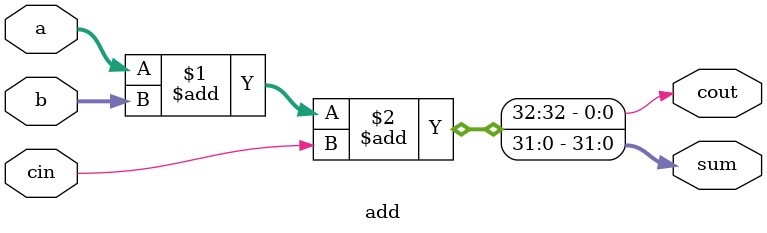
<source format=sv>
module add #(parameter N=32) (a,b,cin,sum,cout);
  input logic [N-1:0]a;
  input logic [N-1:0]b;
  input logic cin;
  output logic cout;
  output logic [N-1:0]sum;
  assign {cout,sum}=a+b+cin;
endmodule

</source>
